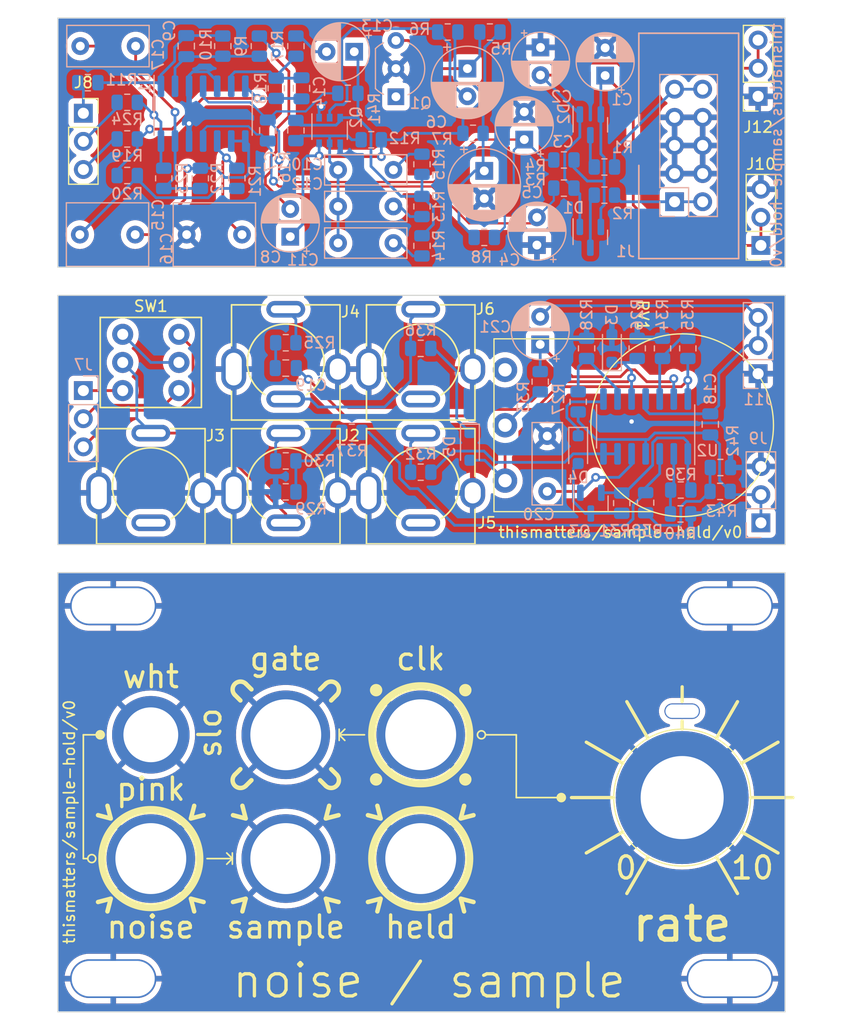
<source format=kicad_pcb>
(kicad_pcb (version 20221018) (generator pcbnew)
  (layers (0 "F.Cu" signal) (31 "B.Cu" signal) (34 "B.Paste" user) (35 "F.Paste" user) (36 "B.SilkS" user "B.Silkscreen") (37 "F.SilkS" user "F.Silkscreen") (38 "B.Mask" user) (39 "F.Mask" user) (44 "Edge.Cuts" user))
  (net 0 "")
  (net 1 "+12V")
  (net 2 "GND")
  (net 3 "-12V")
  (net 4 "Net-(D1-COM)")
  (net 5 "Net-(D2-COM)")
  (net 6 "/FACE")
  (net 7 "Net-(J1-Pin_1)")
  (net 8 "Net-(J1-Pin_10)")
  (net 9 "/+12")
  (net 10 "/-12")
  (net 11 "Net-(C5-Pad1)")
  (net 12 "Net-(Q1-E)")
  (net 13 "Net-(Q2A-B1)")
  (net 14 "Net-(Q2A-C1)")
  (net 15 "Net-(C8-Pad2)")
  (net 16 "Net-(U1A--)")
  (net 17 "Net-(C9-Pad2)")
  (net 18 "Net-(Q2B-C2)")
  (net 19 "Net-(Q2B-B2)")
  (net 20 "Net-(C12-Pad2)")
  (net 21 "Net-(C13-Pad2)")
  (net 22 "Net-(U1B--)")
  (net 23 "Net-(C14-Pad2)")
  (net 24 "Net-(C15-Pad1)")
  (net 25 "Net-(U1C--)")
  (net 26 "Net-(U1C-+)")
  (net 27 "Net-(U1D--)")
  (net 28 "Net-(C17-Pad2)")
  (net 29 "Net-(C19-Pad1)")
  (net 30 "Net-(D3-K)")
  (net 31 "Net-(Q3-D)")
  (net 32 "Net-(D4-K)")
  (net 33 "Net-(D4-A)")
  (net 34 "/IN")
  (net 35 "/RAND")
  (net 37 "/GATE")
  (net 38 "/CLK")
  (net 39 "/OUT")
  (net 42 "Net-(Q3-S)")
  (net 43 "/WHITE")
  (net 44 "/PINK")
  (net 45 "/RANDOM")
  (net 46 "Net-(U2B--)")
  (net 47 "Net-(U2A-+)")
  (net 48 "Net-(U2C--)")
  (net 49 "Net-(SW1A-B)")
  (net 50 "Net-(U2D--)")
  (net 52 "Net-(R33-Pad2)")
  (net 53 "Net-(U2D-+)")
  (net 54 "Net-(D5-K)")
  (net 55 "Net-(D5-A)")
  (net 56 "/+12V'")
  (net 57 "/-12V'")
  (net 58 "/WHITE'")
  (net 59 "/RANDOM'")
  (net 60 "/PINK'")
  (net 61 "/GND'")
  (net 62 "Net-(C10-Pad2)")
  (net 63 "Net-(C11-Pad2)")
  (net 64 "Net-(R29-Pad1)")
  (net 65 "Net-(R38-Pad2)")
  (net 66 "Net-(U2A--)")
  (footprint "Eurorack:Mech-AudioJack-Hole-Output-Voct" (layer "F.Cu") (at 82.804 129.794)
    (fp_text reference "H8")
    (fp_text value "out" hide)
  )
  (footprint "Eurorack:Switch_DPDT_Tayda_A-5752" (layer "F.Cu") (at 58.42 85.003)
    (fp_text reference "SW1")
    (fp_text value "ON-ON-ON")
  )
  (footprint "Eurorack:Mech-Potentiometer-Hole_level_90deg" (layer "F.Cu") (at 106.424 124.286)
    (fp_text reference "H11")
    (fp_text value "rate")
  )
  (footprint "Eurorack:Mech-MountingHole" (layer "F.Cu") (at 55.023 106.983)
    (fp_text reference "H1")
    (fp_text value "mount0")
  )
  (footprint "Eurorack:Mech-MountingHole" (layer "F.Cu") (at 55.023 140.633)
    (fp_text reference "H4")
    (fp_text value "mount1")
  )
  (footprint "Connector_PinSocket_2.54mm:PinSocket_1x03_P2.54mm_Vertical" (layer "F.Cu") (at 113.284 60.979 180)
    (fp_text reference "J12")
    (fp_text value "Conn_01x03_Socket")
  )
  (footprint "Eurorack:Mech-AudioJack-Hole-Input-Gate" (layer "F.Cu") (at 70.612 118.618)
    (fp_text reference "H5")
    (fp_text value "gate" hide)
  )
  (footprint "Eurorack:Mech-AudioJack-Hole-Output-Clock" (layer "F.Cu") (at 82.804 118.618)
    (fp_text reference "H10")
    (fp_text value "clock" hide)
  )
  (footprint "Eurorack:Potentiometer_RV16AF-41-15R1" (layer "F.Cu") (at 106.424 90.671 -90)
    (fp_text reference "RV1")
    (fp_text value "C500K")
  )
  (footprint "Eurorack:AudioJack2_Tayda_A-2566" (layer "F.Cu") (at 82.804 96.179)
    (fp_text reference "J5")
    (fp_text value "AudioJack2_SwitchT")
  )
  (footprint "Eurorack:Mech-2M_Switch-Hole" (layer "F.Cu") (at 58.42 118.618)
    (fp_text reference "H9" hide)
    (fp_text value "switch")
  )
  (footprint "Eurorack:Mech-MountingHole" (layer "F.Cu") (at 110.723 106.983)
    (fp_text reference "H2")
    (fp_text value "mount1")
  )
  (footprint "Connector_PinSocket_2.54mm:PinSocket_1x03_P2.54mm_Vertical" (layer "F.Cu") (at 52.324 62.503)
    (fp_text reference "J8")
    (fp_text value "Conn_01x03_Socket")
  )
  (footprint "Connector_PinSocket_2.54mm:PinSocket_1x03_P2.54mm_Vertical" (layer "F.Cu") (at 113.538 74.441 180)
    (fp_text reference "J10")
    (fp_text value "Conn_01x03_Socket")
  )
  (footprint "Eurorack:Mech-MountingHole" (layer "F.Cu") (at 110.723 140.633)
    (fp_text reference "H3")
    (fp_text value "mount1")
  )
  (footprint "Eurorack:Mech-AudioJack-Hole-Input-Voct" (layer "F.Cu") (at 70.612 129.794)
    (fp_text reference "H6")
    (fp_text value "in" hide)
  )
  (footprint "Eurorack:AudioJack2_Tayda_A-2566" (layer "F.Cu") (at 70.612 85.003)
    (fp_text reference "J4")
    (fp_text value "AudioJack2_SwitchT")
  )
  (footprint "Eurorack:Mech-AudioJack-Hole-Output-Voct" (layer "F.Cu") (at 58.42 129.794)
    (fp_text reference "H7")
    (fp_text value "rand" hide)
  )
  (footprint "Eurorack:AudioJack2_Tayda_A-2566" (layer "F.Cu") (at 70.612 96.179)
    (fp_text reference "J2")
    (fp_text value "AudioJack2_SwitchT")
  )
  (footprint "Eurorack:AudioJack2_Tayda_A-2566" (layer "F.Cu") (at 82.804 85.003)
    (fp_text reference "J6")
    (fp_text value "AudioJack2_SwitchT")
  )
  (footprint "Eurorack:AudioJack2_Tayda_A-2566" (layer "F.Cu") (at 58.42 96.179)
    (fp_text reference "J3")
    (fp_text value "AudioJack2_SwitchT")
  )
  (footprint "Connector_PinHeader_2.54mm:PinHeader_1x03_P2.54mm_Vertical" (layer "B.Cu") (at 52.324 87.543 180)
    (fp_text reference "J7")
    (fp_text value "Conn_01x03_Pin")
  )
  (footprint "Resistor_SMD:R_0805_2012Metric" (layer "B.Cu") (at 70.612 96.687 180)
    (fp_text reference "R29")
    (fp_text value "100K")
  )
  (footprint "Capacitor_THT:CP_Radial_D6.3mm_P2.50mm" (layer "B.Cu") (at 88.545 67.706621 -90)
    (fp_text reference "C5")
    (fp_text value "47u 50V")
  )
  (footprint "Resistor_SMD:R_0805_2012Metric" (layer "B.Cu") (at 99.3981 69.8977)
    (fp_text reference "R2")
    (fp_text value "10")
  )
  (footprint "Resistor_SMD:R_0805_2012Metric" (layer "B.Cu") (at 97.028 88.559 90)
    (fp_text reference "R27")
    (fp_text value "100K")
  )
  (footprint "Capacitor_THT:CP_Radial_D5.0mm_P2.50mm" (layer "B.Cu") (at 93.599 83.374113 90)
    (fp_text reference "C21")
    (fp_text value "10u 35V")
  )
  (footprint "Capacitor_THT:CP_Radial_D6.3mm_P2.50mm" (layer "B.Cu") (at 87.021 58.475 -90)
    (fp_text reference "C6")
    (fp_text value "47u 50V")
  )
  (footprint "Resistor_SMD:R_0805_2012Metric" (layer "B.Cu") (at 64.923 56.443 90)
    (fp_text reference "R10")
    (fp_text value "470K")
  )
  (footprint "Resistor_SMD:R_0805_2012Metric" (layer "B.Cu") (at 56.287 68.127)
    (fp_text reference "R20")
    (fp_text value "33K")
  )
  (footprint "Resistor_SMD:R_0805_2012Metric" (layer "B.Cu") (at 93.599 86.741 -90)
    (fp_text reference "R33")
    (fp_text value "2.2K")
  )
  (footprint "Diode_SMD:D_SOD-323_HandSoldering" (layer "B.Cu") (at 87.249 92.583 -90)
    (fp_text reference "D5")
    (fp_text value "1N4148")
  )
  (footprint "Diode_SMD:D_SOD-323_HandSoldering" (layer "B.Cu") (at 100.076 83.733 90)
    (fp_text reference "D3")
    (fp_text value "1N4148")
  )
  (footprint "Resistor_SMD:R_0805_2012Metric" (layer "B.Cu") (at 103.124 97.663 -90)
    (fp_text reference "R38")
    (fp_text value "100K")
  )
  (footprint "Capacitor_SMD:C_0805_2012Metric" (layer "B.Cu") (at 68.987 64.063 -90)
    (fp_text reference "C7")
    (fp_text value "100n")
  )
  (footprint "Resistor_SMD:R_0805_2012Metric" (layer "B.Cu") (at 56.287 64.825 180)
    (fp_text reference "R19")
    (fp_text value "1K")
  )
  (footprint "Capacitor_THT:CP_Radial_D5.0mm_P2.50mm" (layer "B.Cu") (at 76.796112 56.951 180)
    (fp_text reference "C13")
    (fp_text value "10u 35V")
  )
  (footprint "Package_TO_SOT_SMD:SOT-23" (layer "B.Cu") (at 98.1281 63.5477 -90)
    (fp_text reference "D2")
    (fp_text value "BAT54S")
  )
  (footprint "Resistor_SMD:R_0805_2012Metric" (layer "B.Cu") (at 106.934 83.733 -90)
    (fp_text reference "R35")
    (fp_text value "120K")
  )
  (footprint "Resistor_SMD:R_0805_2012Metric" (layer "B.Cu") (at 106.2755 98.679 180)
    (fp_text reference "R40")
    (fp_text value "100K")
  )
  (footprint "Capacitor_SMD:C_0805_2012Metric" (layer "B.Cu") (at 61.621 56.443 90)
    (fp_text reference "C9")
    (fp_text value "10p")
  )
  (footprint "Capacitor_THT:C_Rect_L7.2mm_W2.5mm_P5.00mm_FKS2_FKP2_MKS2_MKP2" (layer "B.Cu") (at 94.234 96.647 90)
    (fp_text reference "C20")
    (fp_text value "100n box")
  )
  (footprint "Resistor_SMD:R_0805_2012Metric" (layer "B.Cu") (at 99.3981 67.3577)
    (fp_text reference "R1")
    (fp_text value "10")
  )
  (footprint "Package_TO_SOT_SMD:SOT-23" (layer "B.Cu") (at 98.1281 73.7077 -90)
    (fp_text reference "D1")
    (fp_text value "BAT54S")
  )
  (footprint "Resistor_SMD:R_0805_2012Metric" (layer "B.Cu") (at 95.7386 69.2627 180)
    (fp_text reference "R3")
    (fp_text value "10")
  )
  (footprint "Resistor_SMD:R_0805_2012Metric" (layer "B.Cu") (at 89.053 55.173 180)
    (fp_text reference "R5")
    (fp_text value "47K")
  )
  (footprint "Resistor_SMD:R_0805_2012Metric" (layer "B.Cu") (at 104.648 83.733 90)
    (fp_text reference "R34")
    (fp_text value "100K")
  )
  (footprint "Resistor_SMD:R_0805_2012Metric" (layer "B.Cu") (at 97.79 83.733 -90)
    (fp_text reference "R28")
    (fp_text value "10K")
  )
  (footprint "Eurorack:PinHeader_2x05_P2.54mm_Vertical" (layer "B.Cu") (at 105.7354 70.4946)
    (fp_text reference "J1")
    (fp_text value "Conn_02x05_Odd_Even")
  )
  (footprint "Resistor_SMD:R_0805_2012Metric" (layer "B.Cu") (at 71.527 56.443 -90)
    (fp_text reference "R17")
    (fp_text value "8.2K")
  )
  (footprint "Capacitor_THT:C_Rect_L7.2mm_W2.5mm_P5.00mm_FKS2_FKP2_MKS2_MKP2" (layer "B.Cu") (at 75.337 74.223)
    (fp_text reference "C11")
    (fp_text value "1n box")
  )
  (footprint "Resistor_SMD:R_0805_2012Metric" (layer "B.Cu") (at 56.287 61.523 180)
    (fp_text reference "R24")
    (fp_text value "1K")
  )
  (footprint "Resistor_SMD:R_0805_2012Metric" (layer "B.Cu") (at 78.3355 64.897)
    (fp_text reference "R12")
    (fp_text value "82K")
  )
  (footprint "Resistor_SMD:R_0805_2012Metric" (layer "B.Cu") (at 70.612 83.225 180)
    (fp_text reference "R25")
    (fp_text value "1K")
  )
  (footprint "Resistor_SMD:R_0805_2012Metric" (layer "B.Cu") (at 52.731 59.745 180)
    (fp_text reference "R11")
    (fp_text value "1K")
  )
  (footprint "Package_SO:SOIC-14_3.9x8.7mm_P1.27mm" (layer "B.Cu") (at 63.145 62.539 -90)
    (fp_text reference "U1")
    (fp_text value "TL074")
  )
  (footprint "Connector_PinHeader_2.54mm:PinHeader_1x03_P2.54mm_Vertical" (layer "B.Cu") (at 113.538 99.481)
    (fp_text reference "J9")
    (fp_text value "Conn_01x03_Pin")
  )
  (footprint "Capacitor_SMD:C_0805_2012Metric" (layer "B.Cu") (at 72.035 60.253 -90)
    (fp_text reference "C14")
    (fp_text value "10p")
  )
  (footprint "Resistor_SMD:R_0805_2012Metric" (layer "B.Cu") (at 59.589 68.381 90)
    (fp_text reference "R23")
    (fp_text value "220K")
  )
  (footprint "Resistor_SMD:R_0805_2012Metric" (layer "B.Cu") (at 87.529 64.317 180)
    (fp_text reference "R7")
    (fp_text value "10K")
  )
  (footprint "Resistor_SMD:R_0805_2012Metric" (layer "B.Cu") (at 109.8785 94.488)
    (fp_text reference "R42")
    (fp_text value "24K")
  )
  (footprint "Resistor_SMD:R_0805_2012Metric" (layer "B.Cu") (at 82.804 83.733 180)
    (fp_text reference "R36")
    (fp_text value "1K")
  )
  (footprint "Resistor_SMD:R_0805_2012Metric" (layer "B.Cu") (at 70.612 93.893)
    (fp_text reference "R30")
    (fp_text value "100K")
  )
  (footprint "Resistor_SMD:R_0805_2012Metric" (layer "B.Cu") (at 88.545 73.715 180)
    (fp_text reference "R8")
    (fp_text value "22")
  )
  (footprint "Resistor_SMD:R_0805_2012Metric" (layer "B.Cu") (at 109.855 96.647 180)
    (fp_text reference "R43")
    (fp_text value "33K")
  )
  (footprint "Resistor_SMD:R_0805_2012Metric" (layer "B.Cu") (at 102.362 83.733 90)
    (fp_text reference "R26")
    (fp_text value "100K")
  )
  (footprint "Resistor_SMD:R_0805_2012Metric" (layer "B.Cu") (at 82.917 74.477 -90)
    (fp_text reference "R14")
    (fp_text value "18K")
  )
  (footprint "Package_SO:SOIC-14_3.9x8.7mm_P1.27mm" (layer "B.Cu") (at 103.124 90.78 90)
    (fp_text reference "U2")
    (fp_text value "TL074")
  )
  (footprint "Capacitor_THT:C_Rect_L7.2mm_W5.5mm_P5.00mm_FKS2_FKP2_MKS2_MKP2" (layer "B.Cu") (at 52.009 73.461)
    (fp_text reference "C15")
    (fp_text value "1u box")
  )
  (footprint "Resistor_SMD:R_0805_2012Metric" (layer "B.Cu") (at 82.917 70.921 -90)
    (fp_text reference "R13")
    (fp_text value "100K")
  )
  (footprint "Package_SO:TSOP-6_1.65x3.05mm_P0.95mm" (layer "B.Cu") (at 74.575 64.063 -90)
    (fp_text reference "Q2")
    (fp_text value "BCM847")
  )
  (footprint "Capacitor_THT:C_Rect_L7.2mm_W3.5mm_P5.00mm_FKS2_FKP2_MKS2_MKP2" (layer "B.Cu") (at 57.049 56.443 180)
    (fp_text reference "C17")
    (fp_text value "150n box")
  )
  (footprint "Capacitor_THT:CP_Radial_D5.0mm_P2.50mm" (layer "B.Cu") (at 99.467 59.1027 90)
    (fp_text reference "C1")
    (fp_text value "22u 50V")
  )
  (footprint "Diode_SMD:D_SOD-323_HandSoldering" (layer "B.Cu") (at 97.028 92.877 -90)
    (fp_text reference "D4")
    (fp_text value "1N4148")
  )
  (footprint "Capacitor_THT:CP_Radial_D5.0mm_P2.50mm" (layer "B.Cu") (at 93.625 56.5627 -90)
    (fp_text reference "C2")
    (fp_text value "22u 50V")
  )
  (footprint "Resistor_SMD:R_0805_2012Metric" (layer "B.Cu") (at 82.804 94.909 180)
    (fp_text reference "R32")
    (fp_text value "1K")
  )
  (footprint "Resistor_SMD:R_0805_2012Metric" (layer "B.Cu") (at 69.749 60.253 -90)
    (fp_text reference "R18")
    (fp_text value "470K")
  )
  (footprint "Resistor_SMD:R_0805_2012Metric" (layer "B.Cu") (at 106.299 96.52 180)
    (fp_text reference "R39")
    (fp_text value "100K")
  )
  (footprint "Capacitor_THT:C_Rect_L7.2mm_W2.5mm_P5.00mm_FKS2_FKP2_MKS2_MKP2" (layer "B.Cu") (at 75.337 67.619)
    (fp_text reference "C10")
    (fp_text value "47n box")
  )
  (footprint "Connector_PinHeader_2.54mm:PinHeader_1x03_P2.54mm_Vertical" (layer "B.Cu") (at 113.284 86.019)
    (fp_text reference "J11")
    (fp_text value "Conn_01x03_Pin")
  )
  (footprint "Resistor_SMD:R_0805_2012Metric" (layer "B.Cu") (at 76.2235 60.706)
    (fp_text reference "R41")
    (fp_text value "3.9K")
  )
  (footprint "Capacitor_THT:CP_Radial_D5.0mm_P2.50mm" (layer "B.Cu") (at 71.019 73.650113 90)
    (fp_text reference "C8")
    (fp_text value "10u 35V")
  )
  (footprint "Package_TO_SOT_SMD:SOT-23" (layer "B.Cu") (at 98.171 97.703 -90)
    (fp_text reference "Q3")
    (fp_text value "MMBFJ111")
  )
  (footprint "Package_TO_SOT_THT:TO-92_Inline_Wide" (layer "B.Cu") (at 80.565 61.015 90)
    (fp_text reference "Q1")
    (fp_text value "BC547C")
  )
  (footprint "Capacitor_THT:CP_Radial_D5.0mm_P2.50mm" (layer "B.Cu") (at 93.3021 74.404812 90)
    (fp_text reference "C4")
    (fp_text value "22u 50V")
  )
  (footprint "Capacitor_SMD:C_0805_2012Metric" (layer "B.Cu") (at 108.966 90.591 90)
    (fp_text reference "C18")
    (fp_text value "100n")
  )
  (footprint "Capacitor_SMD:C_0805_2012Metric" (layer "B.Cu") (at 70.612 85.511)
    (fp_text reference "C19")
    (fp_text value "1n")
  )
  (footprint "Resistor_SMD:R_0805_2012Metric" (layer "B.Cu") (at 95.7386 66.7227 180)
    (fp_text reference "R4")
    (fp_text value "10")
  )
  (footprint "Capacitor_THT:C_Rect_L7.2mm_W2.5mm_P5.00mm_FKS2_FKP2_MKS2_MKP2" (layer "B.Cu") (at 75.337 70.921)
    (fp_text reference "C12")
    (fp_text value "3.3n box")
  )
  (footprint "Resistor_SMD:R_0805_2012Metric" (layer "B.Cu") (at 100.965 97.703 90)
    (fp_text reference "R31")
    (fp_text value "2.2M")
  )
  (footprint "Resistor_SMD:R_0805_2012Metric" (layer "B.Cu") (at 62.891 68.381 -90)
    (fp_text reference "R22")
    (fp_text value "10K")
  )
  (footprint "Resistor_SMD:R_0805_2012Metric" (layer "B.Cu") (at 66.193 68.381 90)
    (fp_text reference "R21")
    (fp_text value "33K")
  )
  (footprint "Resistor_SMD:R_0805_2012Metric" (layer "B.Cu") (at 71.527 64.063 -90)
    (fp_text reference "R16")
    (fp_text value "1M")
  )
  (footprint "Resistor_SMD:R_0805_2012Metric" (layer "B.Cu") (at 85.243 55.173 180)
    (fp_text reference "R6")
    (fp_text value "150K")
  )
  (footprint "Capacitor_THT:C_Rect_L7.2mm_W5.5mm_P5.00mm_FKS2_FKP2_MKS2_MKP2" (layer "B.Cu") (at 61.661 73.461)
    (fp_text reference "C16")
    (fp_text value "1u box")
  )
  (footprint "Capacitor_THT:CP_Radial_D5.0mm_P2.50mm" (layer "B.Cu") (at 92.1591 64.879812 90)
    (fp_text reference "C3")
    (fp_text value "22u 50V")
  )
  (footprint "Resistor_SMD:R_0805_2012Metric" (layer "B.Cu") (at 76.581 91.313)
    (fp_text reference "R37")
    (fp_text value "100K")
  )
  (footprint "Resistor_SMD:R_0805_2012Metric" (layer "B.Cu") (at 82.917 67.111 90)
    (fp_text reference "R15")
    (fp_text value "390K")
  )
  (footprint "Resistor_SMD:R_0805_2012Metric" (layer "B.Cu") (at 68.225 56.443 -90)
    (fp_text reference "R9")
    (fp_text value "33K")
  )
  (gr_line (start 52.324 129.794) (end 52.324 118.618) (stroke (width 0.15)) (layer "F.SilkS"))
  (gr_circle (center 95.502 124.286) (end 95.86121 124.286) (stroke (width 0.15)) (fill solid) (layer "F.SilkS"))
  (gr_circle (center 53.848 118.618) (end 54.20721 118.618) (stroke (width 0.15)) (fill solid) (layer "F.SilkS"))
  (gr_line (start 91.438 118.618) (end 91.438 124.286) (stroke (width 0.15)) (layer "F.SilkS"))
  (gr_line (start 52.72679 129.794) (end 52.324 129.794) (stroke (width 0.15)) (layer "F.SilkS"))
  (gr_line (start 63.5 129.794) (end 65.786 129.794) (stroke (width 0.15)) (layer "F.SilkS"))
  (gr_line (start 65.786 129.286) (end 65.786 130.302) (stroke (width 0.15)) (layer "F.SilkS"))
  (gr_line (start 91.438 124.286) (end 95.14279 124.286) (stroke (width 0.15)) (layer "F.SilkS"))
  (gr_line (start 65.786 129.794) (end 65.278 129.286) (stroke (width 0.15)) (layer "F.SilkS"))
  (gr_line (start 52.324 118.618) (end 53.48879 118.618) (stroke (width 0.15)) (layer "F.SilkS"))
  (gr_line (start 75.438 118.618) (end 75.946 119.126) (stroke (width 0.15)) (layer "F.SilkS"))
  (gr_line (start 88.646 118.618) (end 91.438 118.618) (stroke (width 0.15)) (layer "F.SilkS"))
  (gr_line (start 75.438 118.11) (end 75.438 119.126) (stroke (width 0.15)) (layer "F.SilkS"))
  (gr_line (start 75.438 118.618) (end 75.946 118.11) (stroke (width 0.15)) (layer "F.SilkS"))
  (gr_line (start 77.724 118.618) (end 75.438 118.618) (stroke (width 0.15)) (layer "F.SilkS"))
  (gr_circle (center 88.28679 118.618) (end 88.54079 118.364) (stroke (width 0.15)) (fill none) (layer "F.SilkS"))
  (gr_circle (center 53.086 129.794) (end 53.34 129.54) (stroke (width 0.15)) (fill none) (layer "F.SilkS"))
  (gr_line (start 65.786 129.794) (end 65.278 130.302) (stroke (width 0.15)) (layer "F.SilkS"))
  (gr_rect (start 50.023 103.983) (end 115.723 143.633) (stroke (width 0.1)) (fill none) (layer "Edge.Cuts"))
  (gr_rect (start 50.023 53.903) (end 115.723 76.403) (stroke (width 0.1)) (fill none) (layer "Edge.Cuts"))
  (gr_rect (start 50.023 78.943) (end 115.723 101.443) (stroke (width 0.1)) (fill none) (layer "Edge.Cuts"))
  (gr_text "thismatters/sample-hold/v0" (at 114.935 65.405 90) (layer "B.SilkS") (effects (font (size 1 1)) (justify mirror)))
  (gr_text "thismatters/sample-hold/v0" (at 51.054 126.492 90) (layer "F.SilkS") (effects (font (size 1 1))))
  (gr_text "wht" (at 58.418 113.364) (layer "F.SilkS") (effects (font (size 2 2) (thickness 0.3))))
  (gr_text "sample" (at 70.61 135.97) (layer "F.SilkS") (effects (font (size 2 2) (thickness 0.3))))
  (gr_text "gate" (at 70.61 111.76) (layer "F.SilkS") (effects (font (size 2 2) (thickness 0.3))))
  (gr_text "clk" (at 82.802 111.76) (layer "F.SilkS") (effects (font (size 2 2) (thickness 0.3))))
  (gr_text "pink" (at 58.418 123.524) (layer "F.SilkS") (effects (font (size 2 2) (thickness 0.3))))
  (gr_text "slo" (at 63.752 118.444 90) (layer "F.SilkS") (effects (font (size 2 2) (thickness 0.3))))
  (gr_text "held" (at 82.802 135.97) (layer "F.SilkS") (effects (font (size 2 2) (thickness 0.3))))
  (gr_text "noise" (at 58.418 135.97) (layer "F.SilkS") (effects (font (size 2 2) (thickness 0.3))))
  (gr_text "noise / sample" (at 83.564 142.574) (layer "F.SilkS") (effects (font (size 3 3) (thickness 0.3)) (justify bottom)))
  (gr_text "thismatters/sample-hold/v0" (at 100.838 100.33) (layer "F.SilkS") (effects (font (size 1 1))))
  (segment (start 105.654 74.441) (end 113.538 74.441) (width 0.25) (layer "F.Cu") (net 1))
  (segment (start 113.538 71.901) (end 113.538 74.441) (width 0.25) (layer "F.Cu") (net 1))
  (segment (start 102.007 61.6427) (end 102.007 70.794) (width 0.25) (layer "F.Cu") (net 1))
  (segment (start 99.467 59.1027) (end 102.007 61.6427) (width 0.25) (layer "F.Cu") (net 1))
  (segment (start 102.007 70.794) (end 105.654 74.441) (width 0.25) (layer "F.Cu") (net 1))
  (segment (start 99.0781 66.176001) (end 99.378099 66.476) (width 0.25) (layer "B.Cu") (net 1))
  (segment (start 99.0781 72.7702) (end 99.0781 71.093999) (width 0.25) (layer "B.Cu") (net 1))
  (segment (start 99.0781 62.6102) (end 99.0781 59.4177) (width 0.25) (layer "B.Cu") (net 1))
  (segment (start 99.378099 68.6277) (end 99.378099 70.794) (width 0.25) (layer "B.Cu") (net 1))
  (segment (start 99.0781 71.093999) (end 99.378099 70.794) (width 0.25) (layer "B.Cu") (net 1))
  (segment (start 99.0781 62.6102) (end 99.0781 66.176001) (width 0.25) (layer "B.Cu") (net 1))
  (segment (start 97.8561 68.6277) (end 99.378099 68.6277) (width 0.25) (layer "B.Cu") (net 1))
  (segment (start 99.378099 66.476) (end 99.378099 68.6277) (width 0.25) (layer "B.Cu") (net 1))
  (segment (start 96.6511 66.7227) (end 96.6511 67.4227) (width 0.25) (layer "B.Cu") (net 1))
  (segment (start 96.6511 67.4227) (end 97.8561 68.6277) (width 0.25) (layer "B.Cu") (net 1))
  (segment (start 61.875 64.825) (end 63.907 66.857) (width 0.25) (layer "F.Cu") (net 2))
  (segment (start 63.907 66.857) (end 63.907 71.215) (width 0.25) (layer "F.Cu") (net 2))
  (segment (start 63.907 71.215) (end 61.661 73.461) (width 0.25) (layer "F.Cu") (net 2))
  (segment (start 61.875 63.428) (end 61.875 64.825) (width 0.25) (layer "F.Cu") (net 2))
  (segment (start 73.813 61.904) (end 73.813 62.475703) (width 0.25) (layer "F.Cu") (net 2))
  (via (at 73.813 61.904) (size 0.8) (drill 0.4) (layers "F.Cu" "B.Cu") (net 2))
  (via (at 61.875 63.428) (size 0.8) (drill 0.4) (layers "F.Cu" "B.Cu") (net 2))
  (segment (start 73.625 62.092) (end 73.813 61.904) (width 0.25) (layer "B.Cu") (net 2))
  (segment (start 62.200001 58.764) (end 63.561 58.764) (width 0.25) (layer "B.Cu") (net 2))
  (segment (start 61.875 62.666) (end 61.875 60.064) (width 0.25) (layer "B.Cu") (net 2))
  (segment (start 61.875 60.064) (end 61.875 59.089001) (width 0.25) (layer "B.Cu") (net 2))
  (segment (start 61.875 59.089001) (end 62.200001 58.764) (width 0.25) (layer "B.Cu") (net 2))
  (segment (start 63.561 58.764) (end 64.415 59.618) (width 0.25) (layer "B.Cu") (net 2))
  (segment (start 61.875 62.666) (end 61.875 65.014) (width 0.25) (layer "B.Cu") (net 2))
  (segment (start 73.625 62.903) (end 73.625 62.092) (width 0.25) (layer "B.Cu") (net 2))
  (segment (start 101.0533 58.439) (end 113.284 58.439) (width 0.25) (layer "F.Cu") (net 3))
  (segment (start 113.284 55.899) (end 113.284 58.439) (width 0.25) (layer "F.Cu") (net 3))
  (segment (start 97.8053 57.9777) (end 100.592 57.9777) (width 0.25) (layer "F.Cu") (net 3))
  (segment (start 96.7203 59.0627) (end 97.8053 57.9777) (width 0.25) (layer "F.Cu") (net 3))
  (segment (start 100.592 57.9777) (end 101.0533 58.439) (width 0.25) (layer "F.Cu") (net 3))
  (segment (start 93.625 59.0627) (end 96.7203 59.0627) (width 0.25) (layer "F.Cu") (net 3))
  (segment (start 97.1781 64.6631) (end 97.1781 62.6102) (width 0.25) (layer "B.Cu") (net 3))
  (segment (start 95.8136 68.4252) (end 95.8136 66.0276) (width 0.25) (layer "B.Cu") (net 3))
  (segment (start 96.6511 69.2627) (end 95.8136 68.4252) (width 0.25) (layer "B.Cu") (net 3))
  (segment (start 97.1781 62.6102) (end 93.6306 59.0627) (width 0.25) (layer "B.Cu") (net 3))
  (segment (start 95.8136 66.0276) (end 97.1781 64.6631) (width 0.25) (layer "B.Cu") (net 3))
  (segment (start 97.1781 72.7702) (end 97.1781 69.7897) (width 0.25) (layer "B.Cu") (net 3))
  (segment (start 97.1781 69.7897) (end 96.6511 69.2627) (width 0.25) (layer "B.Cu") (net 3))
  (segment (start 98.1281 70.2552) (end 98.1281 74.6452) (width 0.25) (layer "B.Cu") (net 4))
  (segment (start 98.1281 67.0002) (end 98.1281 64.4852) (width 0.25) (layer "B.Cu") (net 5))
  (segment (start 108.2754 70.4946) (end 105.7354 70.4946) (width 0.25) (layer "B.Cu") (net 7))
  (segment (start 100.9075 70.4946) (end 100.3106 69.8977) (width 0.25) (layer "B.Cu") (net 7))
  (segment (start 105.7354 70.4946) (end 100.9075 70.4946) (width 0.25) (layer "B.Cu") (net 7))
  (segment (start 100.3106 65.7594) (end 100.3106 67.3577) (width 0.25) (layer "B.Cu") (net 8))
  (segment (start 105.7354 60.3346) (end 100.3106 65.7594) (width 0.25) (layer "B.Cu") (net 8))
  (segment (start 108.2754 60.3346) (end 105.7354 60.3346) (width 0.25) (layer "B.Cu") (net 8))
  (segment (start 70.586402 68.719) (end 83.973 68.719) (width 0.2) (layer "F.Cu") (net 9))
  (segment (start 92.1591 64.879812) (end 87.812188 64.879812) (width 0.2) (layer "F.Cu") (net 9))
  (segment (start 70.012 66.739) (end 70.012 68.144598) (width 0.2) (layer "F.Cu") (net 9))
  (segment (start 87.812188 64.879812) (end 83.973 68.719) (width 0.2) (layer "F.Cu") (net 9))
  (segment (start 70.012 68.144598) (end 70.586402 68.719) (width 0.2) (layer "F.Cu") (net 9))
  (via (at 70.012 66.739) (size 0.8) (drill 0.4) (layers "F.Cu" "B.Cu") (net 9))
  (segment (start 94.001988 66.7227) (end 92.1591 64.879812) (width 0.2) (layer "B.Cu") (net 9))
  (segment (start 70.012 64.138) (end 70.012 66.739) (width 0.2) (layer "B.Cu") (net 9))
  (segment (start 90.39825 71.35375) (end 90.39825 72.77425) (width 0.2) (layer "B.Cu") (net 9))
  (segment (start 63.145 61.038999) (end 63.145 60.064) (width 0.2) (layer "B.Cu") (net 9))
  (segment (start 72.409744 62.338) (end 69.762 62.338) (width 0.2) (layer "B.Cu") (net 9))
  (segment (start 63.629001 61.523) (end 63.145 61.038999) (width 0.2) (layer "B.Cu") (net 9))
  (segment (start 68.987 63.113) (end 70.012 64.138) (width 0.2) (layer "B.Cu") (net 9))
  (segment (start 73.06 61.687744) (end 72.409744 62.338) (width 0.2) (layer "B.Cu") (net 9))
  (segment (start 90.39825 72.77425) (end 89.4575 73.715) (width 0.2) (layer "B.Cu") (net 9))
  (segment (start 91.212 70.54) (end 90.39825 71.35375) (width 0.2) (layer "B.Cu") (net 9))
  (segment (start 74.02105 60.706) (end 73.06 61.66705) (width 0.2) (layer "B.Cu") (net 9))
  (segment (start 75.311 60.706) (end 74.02105 60.706) (width 0.2) (layer "B.Cu") (net 9))
  (segment (start 91.212 65.841) (end 91.212 70.54) (width 0.2) (layer "B.Cu") (net 9))
  (segment (start 69.762 62.338) (end 68.987 63.113) (width 0.2) (layer "B.Cu") (net 9))
  (segment (start 94.8261 66.7227) (end 94.001988 66.7227) (width 0.2) (layer "B.Cu") (net 9))
  (segment (start 68.987 63.113) (end 67.397 61.523) (width 0.2) (layer "B.Cu") (net 9))
  (segment (start 73.06 61.66705) (end 73.06 61.687744) (width 0.2) (layer "B.Cu") (net 9))
  (segment (start 67.397 61.523) (end 63.629001 61.523) (width 0.2) (layer "B.Cu") (net 9))
  (segment (start 92.1591 64.8939) (end 91.212 65.841) (width 0.2) (layer "B.Cu") (net 9))
  (segment (start 69.495 68.635) (end 69.979 69.119) (width 0.2) (layer "F.Cu") (net 10))
  (segment (start 92.761912 72.445) (end 93.3021 71.904812) (width 0.2) (layer "F.Cu") (net 10))
  (segment (start 83.846 69.119) (end 87.172 72.445) (width 0.2) (layer "F.Cu") (net 10))
  (segment (start 87.172 72.445) (end 92.761912 72.445) (width 0.2) (layer "F.Cu") (net 10))
  (segment (start 69.979 69.119) (end 83.846 69.119) (width 0.2) (layer "F.Cu") (net 10))
  (via (at 69.495 68.635) (size 0.8) (drill 0.4) (layers "F.Cu" "B.Cu") (net 10))
  (segment (start 68.987 65.516) (end 68.987 65.013) (width 0.2) (layer "B.Cu") (net 10))
  (segment (start 63.502001 63.682) (end 67.238552 63.682) (width 0.2) (layer "B.Cu") (net 10))
  (segment (start 67.971 64.414448) (end 68.388448 64.414448) (width 0.2) (layer "B.Cu") (net 10))
  (segment (start 63.145 64.039001) (end 63.502001 63.682) (width 0.2) (layer "B.Cu") (net 10))
  (segment (start 69.495 68.635) (end 69.312 68.452) (width 0.2) (layer "B.Cu") (net 10))
  (segment (start 68.388448 64.414448) (end 68.987 65.013) (width 0.2) (layer "B.Cu") (net 10))
  (segment (start 67.238552 63.682) (end 67.971 64.414448) (width 0.2) (layer "B.Cu") (net 10))
  (segment (start 69.312 68.452) (end 69.312 65.841) (width 0.2) (layer "B.Cu") (net 10))
  (segment (start 69.312 65.841) (end 68.987 65.516) (width 0.2) (layer "B.Cu") (net 10))
  (segment (start 63.145 65.014) (end 63.145 64.039001) (width 0.2) (layer "B.Cu") (net 10))
  (segment (start 94.8261 69.2627) (end 94.8261 70.380812) (width 0.2) (layer "B.Cu") (net 10))
  (segment (start 94.8261 70.380812) (end 93.3021 71.904812) (width 0.2) (layer "B.Cu") (net 10))
  (segment (start 88.4415 62.666) (end 88.596 62.5115) (width 0.25) (layer "B.Cu") (net 11))
  (segment (start 87.695379 67.706621) (end 86.259 69.143) (width 0.25) (layer "B.Cu") (net 11))
  (segment (start 88.596 62.5115) (end 88.596 56.5425) (width 0.25) (layer "B.Cu") (net 11))
  (segment (start 86.259 69.143) (end 86.259 72.3415) (width 0.25) (layer "B.Cu") (net 11))
  (segment (start 88.596 56.5425) (end 89.9655 55.173) (width 0.25) (layer "B.Cu") (net 11))
  (segment (start 86.259 72.3415) (end 87.6325 73.715) (width 0.25) (layer "B.Cu") (net 11))
  (segment (start 88.4415 64.317) (end 88.4415 62.666) (width 0.25) (layer "B.Cu") (net 11))
  (segment (start 88.545 67.706621) (end 87.695379 67.706621) (width 0.25) (layer "B.Cu") (net 11))
  (segment (start 88.4415 64.317) (end 88.4415 67.603121) (width 0.25) (layer "B.Cu") (net 11))
  (segment (start 84.227 58.475) (end 87.021 58.475) (width 0.25) (layer "F.Cu") (net 12))
  (segment (start 81.687 55.935) (end 84.227 58.475) (width 0.25) (layer "F.Cu") (net 12))
  (segment (start 80.565 55.935) (end 81.687 55.935) (width 0.25) (layer "F.Cu") (net 12))
  (segment (start 88.1405 55.173) (end 88.1405 57.3555) (width 0.25) (layer "B.Cu") (net 12))
  (segment (start 88.1405 57.3555) (end 87.021 58.475) (width 0.25) (layer "B.Cu") (net 12))
  (segment (start 75.8186 61.731) (end 75.121 61.731) (width 0.25) (layer "B.Cu") (net 13))
  (segment (start 76.1485 60.0109) (end 76.1485 61.4011) (width 0.25) (layer "B.Cu") (net 13))
  (segment (start 85.446 59.695396) (end 86.725604 60.975) (width 0.25) (layer "B.Cu") (net 13))
  (segment (start 84.3305 55.173) (end 85.446 56.2885) (width 0.25) (layer "B.Cu") (net 13))
  (segment (start 75.671112 59.533512) (end 76.1485 60.0109) (width 0.25) (layer "B.Cu") (net 13))
  (segment (start 75.671112 55.826) (end 75.671112 59.533512) (width 0.25) (layer "B.Cu") (net 13))
  (segment (start 74.575 62.277) (end 74.575 62.903) (width 0.25) (layer "B.Cu") (net 13))
  (segment (start 85.446 56.2885) (end 85.446 59.695396) (width 0.25) (layer "B.Cu") (net 13))
  (segment (start 75.121 61.731) (end 74.575 62.277) (width 0.25) (layer "B.Cu") (net 13))
  (segment (start 84.0175 54.86) (end 76.637112 54.86) (width 0.25) (layer "B.Cu") (net 13))
  (segment (start 76.637112 54.86) (end 75.671112 55.826) (width 0.25) (layer "B.Cu") (net 13))
  (segment (start 76.1485 61.4011) (end 75.8186 61.731) (width 0.25) (layer "B.Cu") (net 13))
  (segment (start 73.697 66.421) (end 73.625 66.349) (width 0.25) (layer "F.Cu") (net 14))
  (segment (start 79.248 66.421) (end 73.697 66.421) (width 0.25) (layer "F.Cu") (net 14))
  (via (at 79.248 66.421) (size 0.8) (drill 0.4) (layers "F.Cu" "B.Cu") (net 14))
  (via (at 73.625 66.349) (size 0.8) (drill 0.4) (layers "F.Cu" "B.Cu") (net 14))
  (segment (start 88.146 60.509009) (end 88.146 61.541) (width 0.25) (layer "B.Cu") (net 14))
  (segment (start 79.248 64.897) (end 79.248 66.421) (width 0.25) (layer "B.Cu") (net 14))
  (segment (start 81.606 64.317) (end 81.026 64.897) (width 0.25) (layer "B.Cu") (net 14))
  (segment (start 86.237 59.85) (end 87.486991 59.85) (width 0.25) (layer "B.Cu") (net 14))
  (segment (start 85.896 55.4325) (end 85.896 59.509) (width 0.25) (layer "B.Cu") (net 14))
  (segment (start 85.896 59.509) (end 86.237 59.85) (width 0.25) (layer "B.Cu") (net 14))
  (segment (start 71.019 73.650113) (end 72.162 72.507113) (width 0.25) (layer "B.Cu") (net 14))
  (segment (start 88.146 61.541) (end 86.6165 63.0705) (width 0.25) (layer "B.Cu") (net 14))
  (segment (start 72.162 66.73) (end 72.543 66.349) (width 0.25) (layer "B.Cu") (net 14))
  (segment (start 86.6165 63.0705) (end 86.6165 64.317) (width 0.25) (layer "B.Cu") (net 14))
  (segment (start 72.162 72.507113) (end 72.162 66.73) (width 0.25) (layer "B.Cu") (net 14))
  (segment (start 86.6165 64.317) (end 81.606 64.317) (width 0.25) (layer "B.Cu") (net 14))
  (segment (start 73.625 65.223) (end 73.625 66.349) (width 0.25) (layer "B.Cu") (net 14))
  (segment (start 81.026 64.897) (end 79.248 64.897) (width 0.25) (layer "B.Cu") (net 14))
  (segment (start 72.543 66.349) (end 73.625 66.349) (width 0.25) (layer "B.Cu") (net 14))
  (segment (start 87.486991 59.85) (end 88.146 60.509009) (width 0.25) (layer "B.Cu") (net 14))
  (segment (start 69.900887 70.032) (end 71.019 71.150113) (width 0.25) (layer "F.Cu") (net 15))
  (segment (start 69.749 57.078) (end 69.749 57.586) (width 0.25) (layer "F.Cu") (net 15))
  (segment (start 70.892 62.793) (end 69.749 63.936) (width 0.25) (layer "F.Cu") (net 15))
  (segment (start 69.749 65.976695) (end 69.287 66.438695) (width 0.25) (layer "F.Cu") (net 15))
  (segment (start 68.77 68.254) (end 68.77 68.935305) (width 0.25) (layer "F.Cu") (net 15))
  (segment (start 69.866695 70.032) (end 69.900887 70.032) (width 0.25) (layer "F.Cu") (net 15))
  (segment (start 69.287 67.737) (end 68.77 68.254) (width 0.25) (layer "F.Cu") (net 15))
  (segment (start 70.892 58.729) (end 70.892 62.793) (width 0.25) (layer "F.Cu") (net 15))
  (segment (start 69.749 63.936) (end 69.749 65.976695) (width 0.25) (layer "F.Cu") (net 15))
  (segment (start 69.287 66.438695) (end 69.287 67.737) (width 0.25) (layer "F.Cu") (net 15))
  (segment (start 68.77 68.935305) (end 69.866695 70.032) (width 0.25) (layer "F.Cu") (net 15))
  (segment (start 69.749 57.586) (end 70.892 58.729) (width 0.25) (layer "F.Cu") (net 15))
  (via (at 69.749 57.078) (size 0.8) (drill 0.4) (layers "F.Cu" "B.Cu") (net 15))
  (segment (start 69.0625 56.368) (end 69.0625 56.3915) (width 0.25) (layer "B.Cu") (net 15))
  (segment (start 69.0625 56.3915) (end 69.749 57.078) (width 0.25) (layer "B.Cu") (net 15))
  (segment (start 68.225 55.5305) (end 69.0625 56.368) (width 0.25) (layer "B.Cu") (net 15))
  (segment (start 60.605 60.064) (end 60.605 58.409) (width 0.25) (layer "B.Cu") (net 16))
  (segment (start 60.605 58.409) (end 61.621 57.393) (width 0.25) (layer "B.Cu") (net 16))
  (segment (start 61.621 57.393) (end 64.8855 57.393) (width 0.25) (layer "B.Cu") (net 16))
  (segment (start 64.923 57.3555) (end 68.225 57.3555) (width 0.25) (layer "B.Cu") (net 16))
  (segment (start 53.6435 59.745) (end 59.016 59.745) (width 0.25) (layer "B.Cu") (net 17))
  (segment (start 59.335 59.042604) (end 60.571 57.806604) (width 0.25) (layer "B.Cu") (net 17))
  (segment (start 60.571 57.806604) (end 60.571 56.543) (width 0.25) (layer "B.Cu") (net 17))
  (segment (start 61.621 55.493) (end 64.8855 55.493) (width 0.25) (layer "B.Cu") (net 17))
  (segment (start 59.335 60.064) (end 59.335 59.042604) (width 0.25) (layer "B.Cu") (net 17))
  (segment (start 59.016 59.745) (end 59.335 60.064) (width 0.25) (layer "B.Cu") (net 17))
  (segment (start 60.571 56.543) (end 61.621 55.493) (width 0.25) (layer "B.Cu") (net 17))
  (segment (start 75.155 63.578) (end 71.9545 63.578) (width 0.25) (layer "B.Cu") (net 18))
  (segment (start 82.917 73.5645) (end 83.942 72.5395) (width 0.25) (layer "B.Cu") (net 18))
  (segment (start 75.525 63.208) (end 75.155 63.578) (width 0.25) (layer "B.Cu") (net 18))
  (segment (start 77.136 60.706) (end 77.136 62.845) (width 0.25) (layer "B.Cu") (net 18))
  (segment (start 82.917 70.0085) (end 81.0285 70.0085) (width 0.25) (layer "B.Cu") (net 18))
  (segment (start 81.0285 70.0085) (end 78.31 67.29) (width 0.25) (layer "B.Cu") (net 18))
  (segment (start 77.078 62.903) (end 78.31 64.135) (width 0.25) (layer "B.Cu") (net 18))
  (segment (start 75.525 62.903) (end 75.525 63.208) (width 0.25) (layer "B.Cu") (net 18))
  (segment (start 77.136 62.845) (end 77.078 62.903) (width 0.25) (layer "B.Cu") (net 18))
  (segment (start 78.31 67.29) (end 78.31 64.135) (width 0.25) (layer "B.Cu") (net 18))
  (segment (start 83.942 72.5395) (end 83.942 71.0335) (width 0.25) (layer "B.Cu") (net 18))
  (segment (start 82.917 68.0235) (end 82.917 70.0085) (width 0.25) (layer "B.Cu") (net 18))
  (segment (start 71.9545 63.578) (end 71.527 63.1505) (width 0.25) (layer "B.Cu") (net 18))
  (segment (start 77.136 60.706) (end 77.136 57.290888) (width 0.25) (layer "B.Cu") (net 18))
  (segment (start 83.942 71.0335) (end 82.917 70.0085) (width 0.25) (layer "B.Cu") (net 18))
  (segment (start 75.525 62.903) (end 77.078 62.903) (width 0.25) (layer "B.Cu") (net 18))
  (segment (start 76.2255 64.548) (end 76.5745 64.897) (width 0.25) (layer "B.Cu") (net 19))
  (segment (start 74.5 64.548) (end 76.2255 64.548) (width 0.25) (layer "B.Cu") (net 19))
  (segment (start 71.9545 64.548) (end 74.5 64.548) (width 0.25) (layer "B.Cu") (net 19))
  (segment (start 74.575 64.623) (end 74.575 65.223) (width 0.25) (layer "B.Cu") (net 19))
  (segment (start 75.337 70.921) (end 75.337 74.223) (width 0.25) (layer "B.Cu") (net 19))
  (segment (start 71.527 64.9755) (end 71.9545 64.548) (width 0.25) (layer "B.Cu") (net 19))
  (segment (start 76.5745 64.897) (end 77.423 64.897) (width 0.25) (layer "B.Cu") (net 19))
  (segment (start 75.337 67.619) (end 75.337 70.921) (width 0.25) (layer "B.Cu") (net 19))
  (segment (start 74.5 64.548) (end 74.575 64.623) (width 0.25) (layer "B.Cu") (net 19))
  (segment (start 74.575 66.857) (end 75.337 67.619) (width 0.25) (layer "B.Cu") (net 19))
  (segment (start 74.575 65.223) (end 74.575 66.857) (width 0.25) (layer "B.Cu") (net 19))
  (segment (start 81.8375 71.8335) (end 82.917 71.8335) (width 0.25) (layer "B.Cu") (net 20))
  (segment (start 80.925 70.921) (end 81.8375 71.8335) (width 0.25) (layer "B.Cu") (net 20))
  (segment (start 73.306396 56.951) (end 74.296112 56.951) (width 0.25) (layer "B.Cu") (net 21))
  (segment (start 71.885896 55.5305) (end 73.306396 56.951) (width 0.25) (layer "B.Cu") (net 21))
  (segment (start 65.685 59.089001) (end 66.010001 58.764) (width 0.25) (layer "B.Cu") (net 22))
  (segment (start 69.749 59.1335) (end 71.527 57.3555) (width 0.25) (layer "B.Cu") (net 22))
  (segment (start 69.749 59.3405) (end 71.9975 59.3405) (width 0.25) (layer "B.Cu") (net 22))
  (segment (start 66.010001 58.764) (end 69.1725 58.764) (width 0.25) (layer "B.Cu") (net 22))
  (segment (start 69.1725 58.764) (end 69.749 59.3405) (width 0.25) (layer "B.Cu") (net 22))
  (segment (start 65.685 60.064) (end 65.685 59.089001) (width 0.25) (layer "B.Cu") (net 22))
  (segment (start 58.319 63.936) (end 60.341695 63.936) (width 0.25) (layer "F.Cu") (net 23))
  (segment (start 60.341695 63.936) (end 63.112195 61.1655) (width 0.25) (layer "F.Cu") (net 23))
  (segment (start 63.112195 61.1655) (end 68.0565 61.1655) (width 0.25) (layer "F.Cu") (net 23))
  (via (at 68.0565 61.1655) (size 0.8) (drill 0.4) (layers "F.Cu" "B.Cu") (net 23))
  (via (at 58.319 63.936) (size 0.8) (drill 0.4) (layers "F.Cu" "B.Cu") (net 23))
  (segment (start 68.0565 61.1655) (end 69.749 61.1655) (width 0.25) (layer "B.Cu") (net 23))
  (segment (start 55.3745 67.6425) (end 57.1995 65.8175) (width 0.25) (layer "B.Cu") (net 23))
  (segment (start 69.749 61.1655) (end 71.9975 61.1655) (width 0.25) (layer "B.Cu") (net 23))
  (segment (start 57.43 64.825) (end 58.319 63.936) (width 0.25) (layer "B.Cu") (net 23))
  (segment (start 66.955 60.064) (end 68.0565 61.1655) (width 0.25) (layer "B.Cu") (net 23))
  (segment (start 57.1995 65.8175) (end 57.1995 64.825) (width 0.25) (layer "B.Cu") (net 23))
  (segment (start 58.8939 70.131) (end 57.1995 68.4366) (width 0.25) (layer "B.Cu") (net 24))
  (segment (start 66.193 69.2935) (end 64.4385 69.2935) (width 0.25) (layer "B.Cu") (net 24))
  (segment (start 63.601 70.131) (end 58.8939 70.131) (width 0.25) (layer "B.Cu") (net 24))
  (segment (start 52.009 73.461) (end 57.1995 68.2705) (width 0.25) (layer "B.Cu") (net 24))
  (segment (start 64.4385 69.2935) (end 63.601 70.131) (width 0.25) (layer "B.Cu") (net 24))
  (segment (start 57.009 73.461) (end 58.319 73.461) (width 0.25) (layer "F.Cu") (net 25))
  (segment (start 61.494 67.746) (end 61.748 67.492) (width 0.25) (layer "F.Cu") (net 25))
  (segment (start 61.494 70.286) (end 61.494 67.746) (width 0.25) (layer "F.Cu") (net 25))
  (segment (start 58.319 73.461) (end 61.494 70.286) (width 0.25) (layer "F.Cu") (net 25))
  (via (at 61.748 67.492) (size 0.8) (drill 0.4) (layers "F.Cu" "B.Cu") (net 25))
  (segment (start 67.255 67.9391) (end 66.8881 68.306) (width 0.25) (layer "B.Cu") (net 25))
  (segment (start 66.955 65.014) (end 67.255 65.314) (width 0.25) (layer "B.Cu") (net 25))
  (segment (start 66.955 65.014) (end 65.685 65.014) (width 0.25) (layer "B.Cu") (net 25))
  (segment (start 66.8881 68.306) (end 65.102 68.306) (width 0.25) (layer "B.Cu") (net 25))
  (segment (start 65.102 68.306) (end 64.2645 67.4685) (width 0.25) (layer "B.Cu") (net 25))
  (segment (start 67.255 65.314) (end 67.255 67.9391) (width 0.25) (layer "B.Cu") (net 25))
  (segment (start 64.2645 67.4685) (end 62.891 67.4685) (width 0.25) (layer "B.Cu") (net 25))
  (segment (start 61.748 67.492) (end 62.8675 67.492) (width 0.25) (layer "B.Cu") (net 25))
  (segment (start 66.661 73.461) (end 64.923 71.723) (width 0.25) (layer "F.Cu") (net 26))
  (segment (start 64.923 71.723) (end 64.923 66.861321) (width 0.25) (layer "F.Cu") (net 26))
  (segment (start 64.923 66.861321) (end 65.249252 66.535069) (width 0.25) (layer "F.Cu") (net 26))
  (via (at 65.249252 66.535069) (size 0.8) (drill 0.4) (layers "F.Cu" "B.Cu") (net 26))
  (segment (start 64.415 65.6905) (end 66.193 67.4685) (width 0.25) (layer "B.Cu") (net 26))
  (segment (start 57.049 56.443) (end 57.049 58.729) (width 0.25) (layer "F.Cu") (net 27))
  (segment (start 57.049 58.729) (end 60.605 62.285) (width 0.25) (layer "F.Cu") (net 27))
  (segment (start 60.605 62.285) (end 60.605 62.412) (width 0.25) (layer "F.Cu") (net 27))
  (via (at 60.605 62.412) (size 0.8) (drill 0.4) (layers "F.Cu" "B.Cu") (net 27))
  (segment (start 60.605 62.412) (end 60.605 65.014) (width 0.25) (layer "B.Cu") (net 27))
  (segment (start 60.614 68.2685) (end 59.589 69.2935) (width 0.25) (layer "B.Cu") (net 27))
  (segment (start 60.614 65.023) (end 60.614 68.2685) (width 0.25) (layer "B.Cu") (net 27))
  (segment (start 59.589 69.2935) (end 62.891 69.2935) (width 0.25) (layer "B.Cu") (net 27))
  (segment (start 52.049 56.443) (end 54.126604 56.443) (width 0.25) (layer "F.Cu") (net 28))
  (segment (start 54.126604 56.443) (end 58.7 61.016396) (width 0.25) (layer "F.Cu") (net 28))
  (segment (start 58.7 61.016396) (end 58.7 62.666) (width 0.25) (layer "F.Cu") (net 28))
  (via (at 58.7 62.666) (size 0.8) (drill 0.4) (layers "F.Cu" "B.Cu") (net 28))
  (segment (start 58.7 62.666) (end 57.557 61.523) (width 0.25) (layer "B.Cu") (net 28))
  (segment (start 59.335 65.014) (end 59.335 67.2145) (width 0.25) (layer "B.Cu") (net 28))
  (segment (start 59.335 65.014) (end 59.335 63.301) (width 0.25) (layer "B.Cu") (net 28))
  (segment (start 59.335 63.301) (end 58.7 62.666) (width 0.25) (layer "B.Cu") (net 28))
  (segment (start 69.6995 83.225) (end 69.6995 85.4735) (width 0.25) (layer "B.Cu") (net 29))
  (segment (start 88.606 89.829) (end 75.946 89.829) (width 0.25) (layer "F.Cu") (net 30))
  (segment (start 101.854 86.3955) (end 101.5085 86.741) (width 0.25) (layer "F.Cu") (net 30))
  (segment (start 89.189 89.246) (end 88.606 89.829) (width 0.25) (layer "F.Cu") (net 30))
  (segment (start 75.946 89.829) (end 72.644 86.527) (width 0.25) (layer "F.Cu") (net 30))
  (segment (start 93.124604 89.246) (end 89.189 89.246) (width 0.25) (layer "F.Cu") (net 30))
  (segment (start 101.5085 86.741) (end 95.629604 86.741) (width 0.25) (layer "F.Cu") (net 30))
  (segment (start 95.629604 86.741) (end 93.124604 89.246) (width 0.25) (layer "F.Cu") (net 30))
  (via (at 72.644 86.527) (size 0.8) (drill 0.4) (layers "F.Cu" "B.Cu") (net 30))
  (via (at 101.854 86.3955) (size 0.8) (drill 0.4) (layers "F.Cu" "B.Cu") (net 30))
  (segment (start 101.854 86.527) (end 101.854 88.305) (width 0.25) (layer "B.Cu") (net 30))
  (segment (start 101.092 85.003) (end 101.854 85.765) (width 0.25) (layer "B.Cu") (net 30))
  (segment (start 101.092 85.003) (end 102.0045 85.003) (width 0.25) (layer "B.Cu") (net 30))
  (segment (start 71.628 85.511) (end 72.644 86.527) (width 0.25) (layer "B.Cu") (net 30))
  (segment (start 101.092 85.003) (end 100.096 85.003) (width 0.25) (layer "B.Cu") (net 30))
  (segment (start 101.854 85.765) (end 101.854 86.527) (width 0.25) (layer "B.Cu") (net 30))
  (segment (start 94.234 96.647) (end 97.3395 96.647) (width 0.25) (layer "F.Cu") (net 31))
  (segment (start 97.3395 96.647) (end 98.6095 95.377) (width 0.25) (layer "F.Cu") (net 31))
  (via (at 98.6095 95.377) (size 0.8) (drill 0.4) (layers "F.Cu" "B.Cu") (net 31))
  (segment (start 97.221 96.7655) (end 98.6095 95.377) (width 0.25) (layer "B.Cu") (net 31))
  (segment (start 98.6095 95.377) (end 100.706999 95.377) (width 0.25) (layer "B.Cu") (net 31))
  (segment (start 101.854 94.229999) (end 101.854 93.255) (width 0.25) (layer "B.Cu") (net 31))
  (segment (start 100.706999 95.377) (end 101.854 94.229999) (width 0.25) (layer "B.Cu") (net 31))
  (segment (start 96.003 89.9791) (end 97.028 91.0041) (width 0.25) (layer "B.Cu") (net 32))
  (segment (start 96.4079 88.559) (end 96.003 88.9639) (width 0.25) (layer "B.Cu") (net 32))
  (segment (start 99.06 88.559) (end 96.4079 88.559) (width 0.25) (layer "B.Cu") (net 32))
  (segment (start 97.028 91.0041) (end 97.028 91.627) (width 0.25) (layer "B.Cu") (net 32))
  (segment (start 99.314 88.305) (end 99.06 88.559) (width 0.25) (layer "B.Cu") (net 32))
  (segment (start 96.003 88.9639) (end 96.003 89.9791) (width 0.25) (layer "B.Cu") (net 32))
  (segment (start 100.965 98.6155) (end 98.196 98.6155) (width 0.25) (layer "B.Cu") (net 33))
  (segment (start 96.596 97.553908) (end 96.596 94.559) (width 0.25) (layer "B.Cu") (net 33))
  (segment (start 97.682592 98.6405) (end 96.596 97.553908) (width 0.25) (layer "B.Cu") (net 33))
  (segment (start 96.596 94.559) (end 97.028 94.127) (width 0.25) (layer "B.Cu") (net 33))
  (segment (start 98.171 98.6405) (end 97.682592 98.6405) (width 0.25) (layer "B.Cu") (net 33))
  (segment (start 69.6995 93.893) (end 69.6995 92.2915) (width 0.25) (layer "B.Cu") (net 34))
  (segment (start 69.6995 92.2915) (end 70.612 91.379) (width 0.25) (layer "B.Cu") (net 34))
  (segment (start 58.42 91.379) (end 63.31261 91.379) (width 0.25) (layer "F.Cu") (net 35))
  (segment (start 70.612 98.67839) (end 70.612 99.479) (width 0.25) (layer "F.Cu") (net 35))
  (segment (start 63.31261 91.379) (end 70.612 98.67839) (width 0.25) (layer "F.Cu") (net 35))
  (segment (start 57.155 90.078) (end 58.42 91.343) (width 0.25) (layer "B.Cu") (net 35))
  (segment (start 57.155 86.278) (end 57.155 90.078) (width 0.25) (layer "B.Cu") (net 35))
  (segment (start 55.88 85.003) (end 57.155 86.278) (width 0.25) (layer "B.Cu") (net 35))
  (segment (start 71.5245 83.225) (end 71.5245 81.1155) (width 0.25) (layer "B.Cu") (net 37))
  (segment (start 71.5245 81.1155) (end 70.612 80.203) (width 0.25) (layer "B.Cu") (net 37))
  (segment (start 73.533 89.027) (end 79.542 89.027) (width 0.25) (layer "B.Cu") (net 38))
  (segment (start 72.809 88.303) (end 73.533 89.027) (width 0.25) (layer "B.Cu") (net 38))
  (segment (start 79.542 89.027) (end 81.8915 86.6775) (width 0.25) (layer "B.Cu") (net 38))
  (segment (start 81.8915 81.1155) (end 82.804 80.203) (width 0.25) (layer "B.Cu") (net 38))
  (segment (start 81.8915 83.733) (end 81.8915 81.1155) (width 0.25) (layer "B.Cu") (net 38))
  (segment (start 70.612 88.303) (end 72.809 88.303) (width 0.25) (layer "B.Cu") (net 38))
  (segment (start 81.8915 86.6775) (end 81.8915 83.733) (width 0.25) (layer "B.Cu") (net 38))
  (segment (start 81.8915 94.909) (end 81.8915 92.2915) (width 0.25) (layer "B.Cu") (net 39))
  (segment (start 81.8915 92.2915) (end 82.804 91.379) (width 0.25) (layer "B.Cu") (net 39))
  (segment (start 106.553 91.821) (end 106.934 92.202) (width 0.25) (layer "B.Cu") (net 42))
  (segment (start 103.759 94.270908) (end 103.759 92.239092) (width 0.25) (layer "B.Cu") (net 42))
  (segment (start 99.121 96.7655) (end 100.94 96.7655) (width 0.25) (layer "B.Cu") (net 42))
  (segment (start 101.239408 96.7905) (end 103.759 94.270908) (width 0.25) (layer "B.Cu") (net 42))
  (segment (start 103.759 92.239092) (end 104.177092 91.821) (width 0.25) (layer "B.Cu") (net 42))
  (segment (start 106.934 93.255) (end 106.934 96.2425) (width 0.25) (layer "B.Cu") (net 42))
  (segment (start 106.934 92.202) (end 106.934 93.255) (width 0.25) (layer "B.Cu") (net 42))
  (segment (start 104.177092 91.821) (end 106.553 91.821) (width 0.25) (layer "B.Cu") (net 42))
  (segment (start 52.324 60.2505) (end 51.8185 59.745) (width 0.25) (layer "B.Cu") (net 43))
  (segment (start 52.324 62.503) (end 52.324 60.2505) (width 0.25) (layer "B.Cu") (net 43))
  (segment (start 55.082 64.825) (end 52.324 67.583) (width 0.25) (layer "B.Cu") (net 44))
  (segment (start 55.3745 61.9925) (end 52.324 65.043) (width 0.25) (layer "B.Cu") (net 45))
  (segment (start 89.533 94.02) (end 88.519 93.006) (width 0.25) (layer "B.Cu") (net 46))
  (segment (start 99.314 93.255) (end 96.5799 93.255) (width 0.25) (layer "B.Cu") (net 46))
  (segment (start 88.519 93.006) (end 85.723 93.006) (width 0.25) (layer "B.Cu") (net 46))
  (segment (start 95.8149 94.02) (end 89.533 94.02) (width 0.25) (layer "B.Cu") (net 46))
  (segment (start 99.314 93.255) (end 100.584 93.255) (width 0.25) (layer "B.Cu") (net 46))
  (segment (start 85.723 93.006) (end 83.82 94.909) (width 0.25) (layer "B.Cu") (net 46))
  (segment (start 96.5799 93.255) (end 95.8149 94.02) (width 0.25) (layer "B.Cu") (net 46))
  (segment (start 82.55 96.393) (end 85.86 99.703) (width 0.25) (layer "B.Cu") (net 47))
  (segment (start 80.899 94.107) (end 80.899 95.4491) (width 0.25) (layer "B.Cu") (net 47))
  (segment (start 80.899 95.4491) (end 81.8429 96.393) (width 0.25) (layer "B.Cu") (net 47))
  (segment (start 101.99 97.8845) (end 103.124 96.7505) (width 0.25) (layer "B.Cu") (net 47))
  (segment (start 78.105 91.313) (end 80.899 94.107) (width 0.25) (layer "B.Cu") (net 47))
  (segment (start 85.86 99.703) (end 101.4101 99.703) (width 0.25) (layer "B.Cu") (net 47))
  (segment (start 101.4101 99.703) (end 101.99 99.1231) (width 0.25) (layer "B.Cu") (net 47))
  (segment (start 103.124 96.7505) (end 103.124 96.306) (width 0.25) (layer "B.Cu") (net 47))
  (segment (start 103.124 96.306) (end 104.394 95.036) (width 0.25) (layer "B.Cu") (net 47))
  (segment (start 101.99 99.1231) (end 101.99 97.8845) (width 0.25) (layer "B.Cu") (net 47))
  (segment (start 104.394 95.036) (end 104.394 93.255) (width 0.25) (layer "B.Cu") (net 47))
  (segment (start 77.4935 91.313) (end 78.105 91.313) (width 0.25) (layer "B.Cu") (net 47))
  (segment (start 81.8429 96.393) (end 82.55 96.393) (width 0.25) (layer "B.Cu") (net 47))
  (segment (start 97.028 87.6465) (end 97.028 85.4075) (width 0.25) (layer "B.Cu") (net 48))
  (segment (start 100.584 87.4395) (end 100.584 88.305) (width 0.25) (layer "B.Cu") (net 48))
  (segment (start 97.79 84.6455) (end 100.584 87.4395) (width 0.25) (layer "B.Cu") (net 48))
  (segment (start 97.028 85.4075) (end 97.79 84.6455) (width 0.25) (layer "B.Cu") (net 48))
  (segment (start 58.42 85.003) (end 60.96 85.003) (width 0.25) (layer "B.Cu") (net 49))
  (segment (start 55.88 82.463) (end 58.42 85.003) (width 0.25) (layer "B.Cu") (net 49))
  (segment (start 96.515888 86.291) (end 100.853 86.291) (width 0.25) (layer "F.Cu") (net 50))
  (segment (start 105.3895 86.741) (end 105.664 86.4665) (width 0.25) (layer "F.Cu") (net 50))
  (segment (start 100.853 86.291) (end 101.473 85.671) (width 0.25) (layer "F.Cu") (net 50))
  (segment (start 101.473 85.671) (end 101.854 85.671) (width 0.25) (layer "F.Cu") (net 50))
  (segment (start 103.224805 86.741) (end 105.3895 86.741) (width 0.25) (layer "F.Cu") (net 50))
  (segment (start 101.854 85.671) (end 101.8545 85.6705) (width 0.25) (layer "F.Cu") (net 50))
  (segment (start 102.154305 85.6705) (end 103.224805 86.741) (width 0.25) (layer "F.Cu") (net 50))
  (segment (start 101.8545 85.6705) (end 102.154305 85.6705) (width 0.25) (layer "F.Cu") (net 50))
  (segment (start 93.599 83.374113) (end 96.515888 86.291) (width 0.25) (layer "F.Cu") (net 50))
  (via (at 105.664 86.4665) (size 0.8) (drill 0.4) (layers "F.Cu" "B.Cu") (net 50))
  (segment (start 105.664 86.4665) (end 105.664 88.305) (width 0.25) (layer "B.Cu") (net 50))
  (segment (start 93.599 83.374113) (end 93.599 85.8285) (width 0.25) (layer "B.Cu") (net 50))
  (segment (start 90.424 90.671) (end 93.4415 87.6535) (width 0.25) (layer "B.Cu") (net 52))
  (segment (start 104.394 88.305) (end 104.394 84.8995) (width 0.25) (layer "B.Cu") (net 53))
  (segment (start 106.3225 82.8205) (end 106.934 82.8205) (width 0.25) (layer "B.Cu") (net 53))
  (segment (start 104.648 84.495) (end 106.3225 82.8205) (width 0.25) (layer "B.Cu") (net 53))
  (segment (start 86.054 85.8) (end 86.054 90.138) (width 0.25) (layer "B.Cu") (net 54))
  (segment (start 83.7165 83.733) (end 83.987 83.733) (width 0.25) (layer "B.Cu") (net 54))
  (segment (start 83.987 83.733) (end 86.054 85.8) (width 0.25) (layer "B.Cu") (net 54))
  (segment (start 86.054 90.138) (end 87.249 91.333) (width 0.25) (layer "B.Cu") (net 54))
  (segment (start 106.357 87.191) (end 95.816 87.191) (width 0.25) (layer "F.Cu") (net 55))
  (segment (start 91.7575 91.2495) (end 91.7575 91.8845) (width 0.25) (layer "F.Cu") (net 55))
  (segment (start 95.816 87.191) (end 91.7575 91.2495) (width 0.25) (layer "F.Cu") (net 55))
  (segment (start 90.424 93.218) (end 90.424 95.671) (width 0.25) (layer "F.Cu") (net 55))
  (segment (start 106.934 86.614) (end 106.357 87.191) (width 0.25) (layer "F.Cu") (net 55))
  (segment (start 91.7575 91.8845) (end 90.424 93.218) (width 0.25) (layer "F.Cu") (net 55))
  (via (at 106.934 86.614) (size 0.8) (drill 0.4) (layers "F.Cu" "B.Cu") (net 55))
  (segment (start 106.934 88.305) (end 106.934 86.614) (width 0.25) (layer "B.Cu") (net 55))
  (segment (start 88.586 93.833) (end 90.424 95.671) (width 0.25) (layer "B.Cu") (net 55))
  (segment (start 106.934 86.614) (end 106.934 84.6455) (width 0.25) (layer "B.Cu") (net 55))
  (segment (start 87.249 93.833) (end 88.586 93.833) (width 0.25) (layer "B.Cu") (net 55))
  (segment (start 109.8035 92.3785) (end 108.966 91.541) (width 0.25) (layer "B.Cu") (net 56))
  (segment (start 103.955 91.371) (end 103.371 91.955) (width 0.25) (layer "B.Cu") (net 56))
  (segment (start 109.8035 92.3785) (end 109.8035 95.683) (width 0.25) (layer "B.Cu") (net 56))
  (segment (start 97.028 90.3069) (end 98.6761 91.955) (width 0.25) (layer "B.Cu") (net 56))
  (segment (start 113.538 99.481) (end 113.538 96.941) (width 0.25) (layer "B.Cu") (net 56))
  (segment (start 103.124 91.955) (end 103.124 93.255) (width 0.25) (layer "B.Cu") (net 56))
  (segment (start 98.6761 91.955) (end 103.124 91.955) (width 0.25) (layer "B.Cu") (net 56))
  (segment (start 113.538 96.941) (end 111.0615 96.941) (width 0.25) (layer "B.Cu") (net 56))
  (segment (start 108.796 91.371) (end 103.955 91.371) (width 0.25) (layer "B.Cu") (net 56))
  (segment (start 103.371 91.955) (end 103.124 91.955) (width 0.25) (layer "B.Cu") (net 56))
  (segment (start 109.8035 95.683) (end 110.7675 96.647) (width 0.25) (layer "B.Cu") (net 56))
  (segment (start 108.966 91.541) (end 108.796 91.371) (width 0.25) (layer "B.Cu") (net 56))
  (segment (start 97.028 89.4715) (end 97.028 90.3069) (width 0.25) (layer "B.Cu") (net 56))
  (segment (start 109.728 88.879) (end 109.728 86.019) (width 0.25) (layer "B.Cu") (net 57))
  (segment (start 93.599 80.874113) (end 94.590113 79.883) (width 0.25) (layer "B.Cu") (net 57))
  (segment (start 94.590113 79.883) (end 112.228 79.883) (width 0.25) (layer "B.Cu") (net 57))
  (segment (start 112.228 79.883) (end 113.284 80.939) (width 0.25) (layer "B.Cu") (net 57))
  (segment (start 112.268 83.479) (end 113.284 83.479) (width 0.25) (layer "B.Cu") (net 57))
  (segment (start 103.485001 89.641) (end 103.124 89.279999) (width 0.25) (layer "B.Cu") (net 57))
  (segment (start 113.284 80.939) (end 113.284 83.479) (width 0.25) (layer "B.Cu") (net 57))
  (segment (start 108.966 89.641) (end 109.728 88.879) (width 0.25) (layer "B.Cu") (net 57))
  (segment (start 109.728 86.019) (end 112.268 83.479) (width 0.25) (layer "B.Cu") (net 57))
  (segment (start 108.966 89.641) (end 103.485001 89.641) (width 0.25) (layer "B.Cu") (net 57))
  (segment (start 103.124 89.279999) (end 103.124 88.305) (width 0.25) (layer "B.Cu") (net 57))
  (segment (start 55.88 87.543) (end 52.324 87.543) (width 0.25) (layer "F.Cu") (net 58))
  (segment (start 60.96 87.543) (end 59.632 88.871) (width 0.25) (layer "F.Cu") (net 59))
  (segment (start 53.536 88.871) (end 52.324 90.083) (width 0.25) (layer "F.Cu") (net 59))
  (segment (start 59.632 88.871) (end 53.536 88.871) (width 0.25) (layer "F.Cu") (net 59))
  (segment (start 60.985123 89.321) (end 62.235 88.071123) (width 0.25) (layer "F.Cu") (net 60))
  (segment (start 62.235 88.071123) (end 62.235 83.738) (width 0.25) (layer "F.Cu") (net 60))
  (segment (start 52.324 92.623) (end 55.626 89.321) (width 0.25) (layer "F.Cu") (net 60))
  (segment (start 62.235 83.738) (end 60.96 82.463) (width 0.25) (layer "F.Cu") (net 60))
  (segment (start 55.626 89.321) (end 60.985123 89.321) (width 0.25) (layer "F.Cu") (net 60))
  (via (at 101.854 90.337) (size 0.8) (drill 0.4) (layers "F.Cu" "B.Cu") (net 61))
  (segment (start 112.012 90.466) (end 101.983 90.466) (width 0.25) (layer "B.Cu") (net 61))
  (segment (start 113.284 89.194) (end 112.012 90.466) (width 0.25) (layer "B.Cu") (net 61))
  (segment (start 113.284 86.019) (end 113.284 89.194) (width 0.25) (layer "B.Cu") (net 61))
  (segment (start 101.983 90.466) (end 101.854 90.337) (width 0.25) (layer "B.Cu") (net 61))
  (segment (start 81.7575 66.1985) (end 82.917 66.1985) (width 0.25) (layer "B.Cu") (net 62))
  (segment (start 80.337 67.619) (end 81.7575 66.1985) (width 0.25) (layer "B.Cu") (net 62))
  (segment (start 80.925 74.223) (end 82.0915 75.3895) (width 0.25) (layer "B.Cu") (net 63))
  (segment (start 82.0915 75.3895) (end 82.917 75.3895) (width 0.25) (layer "B.Cu") (net 63))
  (segment (start 73.0885 93.893) (end 75.6685 91.313) (width 0.25) (layer "B.Cu") (net 64))
  (segment (start 71.5245 96.687) (end 71.5245 93.893) (width 0.25) (layer "B.Cu") (net 64))
  (segment (start 71.5245 93.893) (end 73.0885 93.893) (width 0.25) (layer "B.Cu") (net 64))
  (segment (start 108.0445 97.545) (end 108.9425 96.647) (width 0.25) (layer "B.Cu") (net 65))
  (segment (start 106.299 99.568) (end 106.299 98.0354) (width 0.25) (layer "B.Cu") (net 65))
  (segment (start 108.9425 96.647) (end 108.9425 94.5115) (width 0.25) (layer "B.Cu") (net 65))
  (segment (start 106.299 98.0354) (end 106.7894 97.545) (width 0.25) (layer "B.Cu") (net 65))
  (segment (start 104.2525 99.704) (end 106.163 99.704) (width 0.25) (layer "B.Cu") (net 65))
  (segment (start 106.163 99.704) (end 106.299 99.568) (width 0.25) (layer "B.Cu") (net 65))
  (segment (start 103.124 98.5755) (end 104.2525 99.704) (width 0.25) (layer "B.Cu") (net 65))
  (segment (start 106.7894 97.545) (end 108.0445 97.545) (width 0.25) (layer "B.Cu") (net 65))
  (segment (start 105.664 93.255) (end 105.664 96.2425) (width 0.25) (layer "B.Cu") (net 66))
  (segment (start 105.363 98.679) (end 105.363 96.5435) (width 0.25) (layer "B.Cu") (net 66))
  (zone (net 6) (net_name "/FACE") (layers "F&B.Cu") (priority 2) (connect_pads (clearance 0.5)) (min_thickness 0.25) (fill yes (thermal_gap 0.5) (thermal_bridge_width 0.5))
    (polygon (pts (xy 116.655 103.221) (xy 116.655 144.75) (xy 49.218 144.75) (xy 49.218 103.221)))
  )
  (zone (net 2) (net_name "GND") (layers "F&B.Cu") (priority 1) (connect_pads (clearance 0.5)) (min_thickness 0.25) (fill yes (thermal_gap 0.5) (thermal_bridge_width 0.5))
    (polygon (pts (xy 116.231 53.268) (xy 116.231 77.144) (xy 49.302 77.144) (xy 49.302 53.268)))
  )
  (zone (net 61) (net_name "/GND'") (layers "F&B.Cu") (connect_pads (clearance 0.5)) (min_thickness 0.25) (fill yes (thermal_gap 0.5) (thermal_bridge_width 0.5))
    (polygon (pts (xy 116.332 78.399) (xy 116.332 102.275) (xy 49.53 102.275) (xy 49.53 78.399)))
  )
)
</source>
